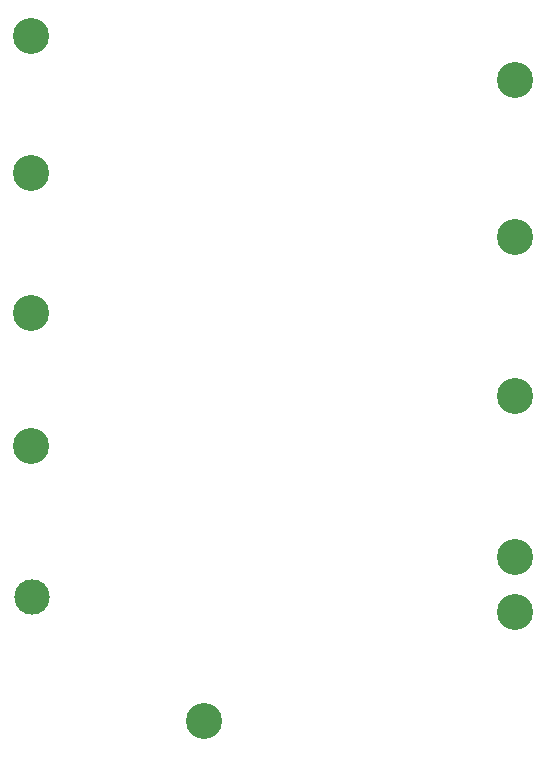
<source format=gbr>
%TF.GenerationSoftware,Altium Limited,Altium Designer,20.1.14 (287)*%
G04 Layer_Color=0*
%FSLAX25Y25*%
%MOIN*%
%TF.SameCoordinates,66620FBD-E1AE-4FB5-826F-034038840454*%
%TF.FilePolarity,Positive*%
%TF.FileFunction,NonPlated,1,4,NPTH,Drill*%
%TF.Part,Single*%
G01*
G75*
%TA.AperFunction,ComponentDrill*%
%ADD89C,0.12008*%
%ADD90C,0.12008*%
%ADD91C,0.11811*%
D89*
X19193Y155095D02*
D03*
X180500Y74004D02*
D03*
Y55500D02*
D03*
Y233000D02*
D03*
Y180500D02*
D03*
Y127500D02*
D03*
X19193Y111000D02*
D03*
Y202000D02*
D03*
Y247500D02*
D03*
D90*
X77000Y19193D02*
D03*
D91*
X19500Y60500D02*
D03*
%TF.MD5,64ad9bb3044ae5003f19ad1793574f7f*%
M02*

</source>
